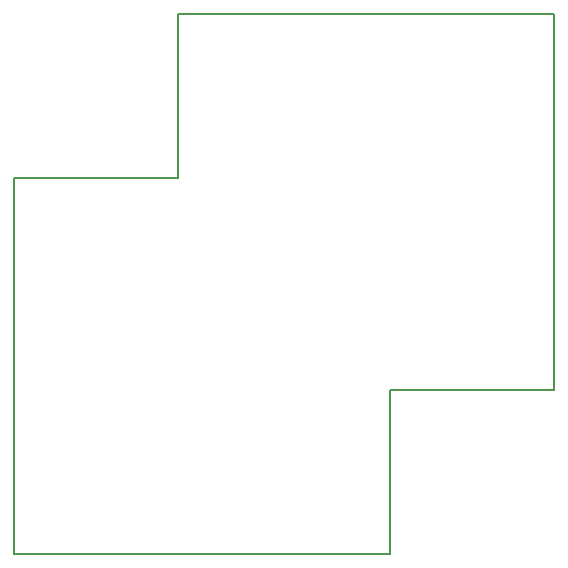
<source format=gbr>
G04 #@! TF.FileFunction,Profile,NP*
%FSLAX46Y46*%
G04 Gerber Fmt 4.6, Leading zero omitted, Abs format (unit mm)*
G04 Created by KiCad (PCBNEW 4.0.6) date Mon Jul 10 19:19:14 2017*
%MOMM*%
%LPD*%
G01*
G04 APERTURE LIST*
%ADD10C,0.100000*%
%ADD11C,0.150000*%
G04 APERTURE END LIST*
D10*
D11*
X47838400Y-32053100D02*
X49838400Y-32053100D01*
X47838400Y-32053100D02*
X47838400Y-34053100D01*
X51838400Y-32053100D02*
X61727300Y-32053100D01*
X61727300Y-32053100D02*
X63727300Y-32053100D01*
X49838400Y-32053100D02*
X51838400Y-32053100D01*
X65727300Y-32053100D02*
X75616200Y-32053100D01*
X75616200Y-32053100D02*
X77616200Y-32053100D01*
X63727300Y-32053100D02*
X65727300Y-32053100D01*
X79616200Y-32053100D02*
X79616200Y-34053100D01*
X77616200Y-32053100D02*
X79616200Y-32053100D01*
X33949600Y-45942000D02*
X35949600Y-45942000D01*
X33949600Y-45942000D02*
X33949600Y-47942000D01*
X47838400Y-34053100D02*
X47838400Y-36053100D01*
X37949600Y-45942000D02*
X47838400Y-45942000D01*
X35949600Y-45942000D02*
X37949600Y-45942000D01*
X47838400Y-36053100D02*
X47838400Y-45942000D01*
X79616200Y-34053100D02*
X79616200Y-36053100D01*
X79616200Y-36053100D02*
X79616200Y-45942000D01*
X79616200Y-45942000D02*
X79616200Y-47942000D01*
X33949600Y-47942000D02*
X33949600Y-49942000D01*
X33949600Y-59830900D02*
X33949600Y-61830900D01*
X33949600Y-49942000D02*
X33949600Y-59830900D01*
X79616200Y-47942000D02*
X79616200Y-49942000D01*
X79616200Y-49942000D02*
X79616200Y-59830900D01*
X79616200Y-59830900D02*
X79616200Y-61830900D01*
X33949600Y-61830900D02*
X33949600Y-63830900D01*
X33949600Y-73719800D02*
X33949600Y-75719800D01*
X33949600Y-63830900D02*
X33949600Y-73719800D01*
X65727300Y-63830900D02*
X75616200Y-63830900D01*
X75616200Y-63830900D02*
X77616200Y-63830900D01*
X65727300Y-63830900D02*
X65727300Y-73719800D01*
X65727300Y-73719800D02*
X65727300Y-75719800D01*
X79616200Y-61830900D02*
X79616200Y-63830900D01*
X77616200Y-63830900D02*
X79616200Y-63830900D01*
X33949600Y-75719800D02*
X33949600Y-77719800D01*
X33949600Y-77719800D02*
X35949600Y-77719800D01*
X37949600Y-77719800D02*
X47838400Y-77719800D01*
X47838400Y-77719800D02*
X49838400Y-77719800D01*
X35949600Y-77719800D02*
X37949600Y-77719800D01*
X51838400Y-77719800D02*
X61727300Y-77719800D01*
X61727300Y-77719800D02*
X63727300Y-77719800D01*
X49838400Y-77719800D02*
X51838400Y-77719800D01*
X65727300Y-75719800D02*
X65727300Y-77719800D01*
X63727300Y-77719800D02*
X65727300Y-77719800D01*
M02*

</source>
